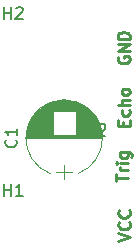
<source format=gbr>
G04 #@! TF.GenerationSoftware,KiCad,Pcbnew,(5.0.2)-1*
G04 #@! TF.CreationDate,2019-06-08T19:55:36+01:00*
G04 #@! TF.ProjectId,ultrasound_adapter,756c7472-6173-46f7-956e-645f61646170,rev?*
G04 #@! TF.SameCoordinates,Original*
G04 #@! TF.FileFunction,Legend,Top*
G04 #@! TF.FilePolarity,Positive*
%FSLAX46Y46*%
G04 Gerber Fmt 4.6, Leading zero omitted, Abs format (unit mm)*
G04 Created by KiCad (PCBNEW (5.0.2)-1) date 08/06/2019 19:55:36*
%MOMM*%
%LPD*%
G01*
G04 APERTURE LIST*
%ADD10C,0.250000*%
%ADD11C,0.120000*%
%ADD12C,0.150000*%
G04 APERTURE END LIST*
D10*
X138950000Y-46736904D02*
X138902380Y-46832142D01*
X138902380Y-46975000D01*
X138950000Y-47117857D01*
X139045238Y-47213095D01*
X139140476Y-47260714D01*
X139330952Y-47308333D01*
X139473809Y-47308333D01*
X139664285Y-47260714D01*
X139759523Y-47213095D01*
X139854761Y-47117857D01*
X139902380Y-46975000D01*
X139902380Y-46879761D01*
X139854761Y-46736904D01*
X139807142Y-46689285D01*
X139473809Y-46689285D01*
X139473809Y-46879761D01*
X139902380Y-46260714D02*
X138902380Y-46260714D01*
X139902380Y-45689285D01*
X138902380Y-45689285D01*
X139902380Y-45213095D02*
X138902380Y-45213095D01*
X138902380Y-44975000D01*
X138950000Y-44832142D01*
X139045238Y-44736904D01*
X139140476Y-44689285D01*
X139330952Y-44641666D01*
X139473809Y-44641666D01*
X139664285Y-44689285D01*
X139759523Y-44736904D01*
X139854761Y-44832142D01*
X139902380Y-44975000D01*
X139902380Y-45213095D01*
X139378571Y-52572619D02*
X139378571Y-52239285D01*
X139902380Y-52096428D02*
X139902380Y-52572619D01*
X138902380Y-52572619D01*
X138902380Y-52096428D01*
X139854761Y-51239285D02*
X139902380Y-51334523D01*
X139902380Y-51525000D01*
X139854761Y-51620238D01*
X139807142Y-51667857D01*
X139711904Y-51715476D01*
X139426190Y-51715476D01*
X139330952Y-51667857D01*
X139283333Y-51620238D01*
X139235714Y-51525000D01*
X139235714Y-51334523D01*
X139283333Y-51239285D01*
X139902380Y-50810714D02*
X138902380Y-50810714D01*
X139902380Y-50382142D02*
X139378571Y-50382142D01*
X139283333Y-50429761D01*
X139235714Y-50525000D01*
X139235714Y-50667857D01*
X139283333Y-50763095D01*
X139330952Y-50810714D01*
X139902380Y-49763095D02*
X139854761Y-49858333D01*
X139807142Y-49905952D01*
X139711904Y-49953571D01*
X139426190Y-49953571D01*
X139330952Y-49905952D01*
X139283333Y-49858333D01*
X139235714Y-49763095D01*
X139235714Y-49620238D01*
X139283333Y-49525000D01*
X139330952Y-49477380D01*
X139426190Y-49429761D01*
X139711904Y-49429761D01*
X139807142Y-49477380D01*
X139854761Y-49525000D01*
X139902380Y-49620238D01*
X139902380Y-49763095D01*
X138752380Y-57260714D02*
X138752380Y-56689285D01*
X139752380Y-56975000D02*
X138752380Y-56975000D01*
X139752380Y-56355952D02*
X139085714Y-56355952D01*
X139276190Y-56355952D02*
X139180952Y-56308333D01*
X139133333Y-56260714D01*
X139085714Y-56165476D01*
X139085714Y-56070238D01*
X139752380Y-55736904D02*
X139085714Y-55736904D01*
X138752380Y-55736904D02*
X138800000Y-55784523D01*
X138847619Y-55736904D01*
X138800000Y-55689285D01*
X138752380Y-55736904D01*
X138847619Y-55736904D01*
X139085714Y-54832142D02*
X139895238Y-54832142D01*
X139990476Y-54879761D01*
X140038095Y-54927380D01*
X140085714Y-55022619D01*
X140085714Y-55165476D01*
X140038095Y-55260714D01*
X139704761Y-54832142D02*
X139752380Y-54927380D01*
X139752380Y-55117857D01*
X139704761Y-55213095D01*
X139657142Y-55260714D01*
X139561904Y-55308333D01*
X139276190Y-55308333D01*
X139180952Y-55260714D01*
X139133333Y-55213095D01*
X139085714Y-55117857D01*
X139085714Y-54927380D01*
X139133333Y-54832142D01*
X138952380Y-62308333D02*
X139952380Y-61975000D01*
X138952380Y-61641666D01*
X139857142Y-60736904D02*
X139904761Y-60784523D01*
X139952380Y-60927380D01*
X139952380Y-61022619D01*
X139904761Y-61165476D01*
X139809523Y-61260714D01*
X139714285Y-61308333D01*
X139523809Y-61355952D01*
X139380952Y-61355952D01*
X139190476Y-61308333D01*
X139095238Y-61260714D01*
X139000000Y-61165476D01*
X138952380Y-61022619D01*
X138952380Y-60927380D01*
X139000000Y-60784523D01*
X139047619Y-60736904D01*
X139857142Y-59736904D02*
X139904761Y-59784523D01*
X139952380Y-59927380D01*
X139952380Y-60022619D01*
X139904761Y-60165476D01*
X139809523Y-60260714D01*
X139714285Y-60308333D01*
X139523809Y-60355952D01*
X139380952Y-60355952D01*
X139190476Y-60308333D01*
X139095238Y-60260714D01*
X139000000Y-60165476D01*
X138952380Y-60022619D01*
X138952380Y-59927380D01*
X139000000Y-59784523D01*
X139047619Y-59736904D01*
D11*
G04 #@! TO.C,C1*
X133716000Y-56464000D02*
X135016000Y-56464000D01*
X134366000Y-57064000D02*
X134366000Y-55864000D01*
X133898000Y-50413000D02*
X134834000Y-50413000D01*
X133690000Y-50453000D02*
X135042000Y-50453000D01*
X133532000Y-50493000D02*
X135200000Y-50493000D01*
X133400000Y-50533000D02*
X135332000Y-50533000D01*
X133285000Y-50573000D02*
X135447000Y-50573000D01*
X133182000Y-50613000D02*
X135550000Y-50613000D01*
X133088000Y-50653000D02*
X135644000Y-50653000D01*
X133002000Y-50693000D02*
X135730000Y-50693000D01*
X132921000Y-50733000D02*
X135811000Y-50733000D01*
X132846000Y-50773000D02*
X135886000Y-50773000D01*
X132775000Y-50813000D02*
X135957000Y-50813000D01*
X132708000Y-50853000D02*
X136024000Y-50853000D01*
X132645000Y-50893000D02*
X136087000Y-50893000D01*
X132585000Y-50933000D02*
X136147000Y-50933000D01*
X132527000Y-50973000D02*
X136205000Y-50973000D01*
X132472000Y-51013000D02*
X136260000Y-51013000D01*
X132420000Y-51053000D02*
X136312000Y-51053000D01*
X132369000Y-51093000D02*
X136363000Y-51093000D01*
X132321000Y-51133000D02*
X136411000Y-51133000D01*
X132274000Y-51173000D02*
X136458000Y-51173000D01*
X132229000Y-51213000D02*
X136503000Y-51213000D01*
X132186000Y-51253000D02*
X136546000Y-51253000D01*
X132144000Y-51293000D02*
X136588000Y-51293000D01*
X132104000Y-51333000D02*
X136628000Y-51333000D01*
X132065000Y-51373000D02*
X136667000Y-51373000D01*
X135346000Y-51413000D02*
X136705000Y-51413000D01*
X132027000Y-51413000D02*
X133386000Y-51413000D01*
X135346000Y-51453000D02*
X136741000Y-51453000D01*
X131991000Y-51453000D02*
X133386000Y-51453000D01*
X135346000Y-51493000D02*
X136777000Y-51493000D01*
X131955000Y-51493000D02*
X133386000Y-51493000D01*
X135346000Y-51533000D02*
X136811000Y-51533000D01*
X131921000Y-51533000D02*
X133386000Y-51533000D01*
X135346000Y-51573000D02*
X136844000Y-51573000D01*
X131888000Y-51573000D02*
X133386000Y-51573000D01*
X135346000Y-51613000D02*
X136876000Y-51613000D01*
X131856000Y-51613000D02*
X133386000Y-51613000D01*
X135346000Y-51653000D02*
X136906000Y-51653000D01*
X131826000Y-51653000D02*
X133386000Y-51653000D01*
X135346000Y-51693000D02*
X136936000Y-51693000D01*
X131796000Y-51693000D02*
X133386000Y-51693000D01*
X135346000Y-51733000D02*
X136965000Y-51733000D01*
X131767000Y-51733000D02*
X133386000Y-51733000D01*
X135346000Y-51773000D02*
X136993000Y-51773000D01*
X131739000Y-51773000D02*
X133386000Y-51773000D01*
X135346000Y-51813000D02*
X137020000Y-51813000D01*
X131712000Y-51813000D02*
X133386000Y-51813000D01*
X135346000Y-51853000D02*
X137047000Y-51853000D01*
X131685000Y-51853000D02*
X133386000Y-51853000D01*
X135346000Y-51893000D02*
X137072000Y-51893000D01*
X131660000Y-51893000D02*
X133386000Y-51893000D01*
X135346000Y-51933000D02*
X137097000Y-51933000D01*
X131635000Y-51933000D02*
X133386000Y-51933000D01*
X135346000Y-51973000D02*
X137121000Y-51973000D01*
X131611000Y-51973000D02*
X133386000Y-51973000D01*
X135346000Y-52013000D02*
X137144000Y-52013000D01*
X131588000Y-52013000D02*
X133386000Y-52013000D01*
X135346000Y-52053000D02*
X137166000Y-52053000D01*
X131566000Y-52053000D02*
X133386000Y-52053000D01*
X135346000Y-52093000D02*
X137188000Y-52093000D01*
X131544000Y-52093000D02*
X133386000Y-52093000D01*
X135346000Y-52133000D02*
X137209000Y-52133000D01*
X131523000Y-52133000D02*
X133386000Y-52133000D01*
X135346000Y-52173000D02*
X137229000Y-52173000D01*
X131503000Y-52173000D02*
X133386000Y-52173000D01*
X135346000Y-52213000D02*
X137248000Y-52213000D01*
X131484000Y-52213000D02*
X133386000Y-52213000D01*
X135346000Y-52253000D02*
X137267000Y-52253000D01*
X131465000Y-52253000D02*
X133386000Y-52253000D01*
X135346000Y-52293000D02*
X137285000Y-52293000D01*
X131447000Y-52293000D02*
X133386000Y-52293000D01*
X135346000Y-52333000D02*
X137303000Y-52333000D01*
X131429000Y-52333000D02*
X133386000Y-52333000D01*
X135346000Y-52373000D02*
X137320000Y-52373000D01*
X131412000Y-52373000D02*
X133386000Y-52373000D01*
X135346000Y-52413000D02*
X137336000Y-52413000D01*
X131396000Y-52413000D02*
X133386000Y-52413000D01*
X135346000Y-52453000D02*
X137352000Y-52453000D01*
X131380000Y-52453000D02*
X133386000Y-52453000D01*
X135346000Y-52493000D02*
X137367000Y-52493000D01*
X131365000Y-52493000D02*
X133386000Y-52493000D01*
X135346000Y-52533000D02*
X137381000Y-52533000D01*
X131351000Y-52533000D02*
X133386000Y-52533000D01*
X135346000Y-52573000D02*
X137395000Y-52573000D01*
X131337000Y-52573000D02*
X133386000Y-52573000D01*
X135346000Y-52613000D02*
X137408000Y-52613000D01*
X131324000Y-52613000D02*
X133386000Y-52613000D01*
X135346000Y-52653000D02*
X137421000Y-52653000D01*
X131311000Y-52653000D02*
X133386000Y-52653000D01*
X135346000Y-52693000D02*
X137433000Y-52693000D01*
X131299000Y-52693000D02*
X133386000Y-52693000D01*
X135346000Y-52733000D02*
X137445000Y-52733000D01*
X131287000Y-52733000D02*
X133386000Y-52733000D01*
X135346000Y-52773000D02*
X137456000Y-52773000D01*
X131276000Y-52773000D02*
X133386000Y-52773000D01*
X135346000Y-52813000D02*
X137466000Y-52813000D01*
X131266000Y-52813000D02*
X133386000Y-52813000D01*
X135346000Y-52853000D02*
X137476000Y-52853000D01*
X131256000Y-52853000D02*
X133386000Y-52853000D01*
X135346000Y-52893000D02*
X137485000Y-52893000D01*
X131247000Y-52893000D02*
X133386000Y-52893000D01*
X135346000Y-52934000D02*
X137494000Y-52934000D01*
X131238000Y-52934000D02*
X133386000Y-52934000D01*
X135346000Y-52974000D02*
X137503000Y-52974000D01*
X131229000Y-52974000D02*
X133386000Y-52974000D01*
X135346000Y-53014000D02*
X137510000Y-53014000D01*
X131222000Y-53014000D02*
X133386000Y-53014000D01*
X135346000Y-53054000D02*
X137518000Y-53054000D01*
X131214000Y-53054000D02*
X133386000Y-53054000D01*
X135346000Y-53094000D02*
X137524000Y-53094000D01*
X131208000Y-53094000D02*
X133386000Y-53094000D01*
X135346000Y-53134000D02*
X137531000Y-53134000D01*
X131201000Y-53134000D02*
X133386000Y-53134000D01*
X135346000Y-53174000D02*
X137536000Y-53174000D01*
X131196000Y-53174000D02*
X133386000Y-53174000D01*
X135346000Y-53214000D02*
X137542000Y-53214000D01*
X131190000Y-53214000D02*
X133386000Y-53214000D01*
X135346000Y-53254000D02*
X137546000Y-53254000D01*
X131186000Y-53254000D02*
X133386000Y-53254000D01*
X135346000Y-53294000D02*
X137551000Y-53294000D01*
X131181000Y-53294000D02*
X133386000Y-53294000D01*
X135346000Y-53334000D02*
X137554000Y-53334000D01*
X131178000Y-53334000D02*
X133386000Y-53334000D01*
X131174000Y-53374000D02*
X137558000Y-53374000D01*
X131172000Y-53414000D02*
X137560000Y-53414000D01*
X131169000Y-53454000D02*
X137563000Y-53454000D01*
X131168000Y-53494000D02*
X137564000Y-53494000D01*
X131166000Y-53534000D02*
X137566000Y-53534000D01*
X131166000Y-53574000D02*
X137566000Y-53574000D01*
X131166000Y-53614000D02*
X137566000Y-53614000D01*
X135545136Y-50596180D02*
G75*
G03X133186000Y-50596518I-1179136J-3017820D01*
G01*
X135545136Y-50596180D02*
G75*
G02X135546000Y-56631482I-1179136J-3017820D01*
G01*
X133186864Y-50596180D02*
G75*
G03X133186000Y-56631482I1179136J-3017820D01*
G01*
G04 #@! TO.C,J2*
D12*
X136866666Y-52427380D02*
X136866666Y-53141666D01*
X136819047Y-53284523D01*
X136723809Y-53379761D01*
X136580952Y-53427380D01*
X136485714Y-53427380D01*
X137295238Y-52522619D02*
X137342857Y-52475000D01*
X137438095Y-52427380D01*
X137676190Y-52427380D01*
X137771428Y-52475000D01*
X137819047Y-52522619D01*
X137866666Y-52617857D01*
X137866666Y-52713095D01*
X137819047Y-52855952D01*
X137247619Y-53427380D01*
X137866666Y-53427380D01*
G04 #@! TO.C,C1*
X130263142Y-53780666D02*
X130310761Y-53828285D01*
X130358380Y-53971142D01*
X130358380Y-54066380D01*
X130310761Y-54209238D01*
X130215523Y-54304476D01*
X130120285Y-54352095D01*
X129929809Y-54399714D01*
X129786952Y-54399714D01*
X129596476Y-54352095D01*
X129501238Y-54304476D01*
X129406000Y-54209238D01*
X129358380Y-54066380D01*
X129358380Y-53971142D01*
X129406000Y-53828285D01*
X129453619Y-53780666D01*
X130358380Y-52828285D02*
X130358380Y-53399714D01*
X130358380Y-53114000D02*
X129358380Y-53114000D01*
X129501238Y-53209238D01*
X129596476Y-53304476D01*
X129644095Y-53399714D01*
G04 #@! TO.C,H1*
X129286095Y-58512380D02*
X129286095Y-57512380D01*
X129286095Y-57988571D02*
X129857523Y-57988571D01*
X129857523Y-58512380D02*
X129857523Y-57512380D01*
X130857523Y-58512380D02*
X130286095Y-58512380D01*
X130571809Y-58512380D02*
X130571809Y-57512380D01*
X130476571Y-57655238D01*
X130381333Y-57750476D01*
X130286095Y-57798095D01*
G04 #@! TO.C,H2*
X129286095Y-43526380D02*
X129286095Y-42526380D01*
X129286095Y-43002571D02*
X129857523Y-43002571D01*
X129857523Y-43526380D02*
X129857523Y-42526380D01*
X130286095Y-42621619D02*
X130333714Y-42574000D01*
X130428952Y-42526380D01*
X130667047Y-42526380D01*
X130762285Y-42574000D01*
X130809904Y-42621619D01*
X130857523Y-42716857D01*
X130857523Y-42812095D01*
X130809904Y-42954952D01*
X130238476Y-43526380D01*
X130857523Y-43526380D01*
G04 #@! TD*
M02*

</source>
